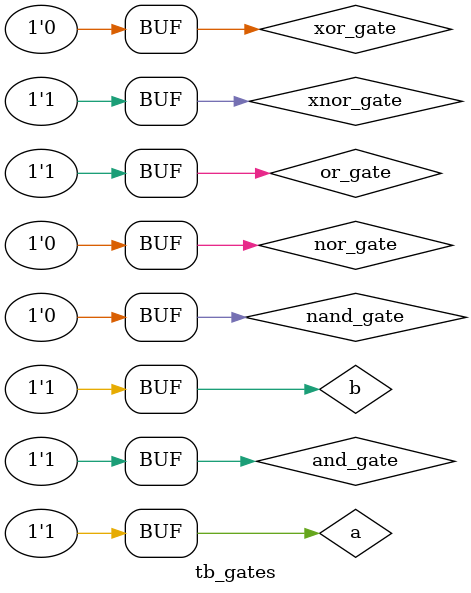
<source format=v>
module tb_gates;
reg a,b;
wire and_gate,or_gate,nand_gate,nor_gate,xor_gate,xnor_gate;
assign and_gate = a ? b:0;
assign or_gate = a ? 1:b;
assign nand_gate = a ? (~b):1;
assign nor_gate = a ? 0:(~b);
assign xor_gate = a ? (~b):b;
assign xnor_gate = a ? b:(~b);
initial begin
$dumpfile("gates.vcd");
$dumpvars(0,tb_gates);
$monitor("Time=%0t|a=%b|b=%b|and_gate=%b|or_gate=%b|nand_gate=%b|nor_gate=%b|xor_gate=%b|xnor_gate=%b",$time,a,b,and_gate,or_gate,nand_gate,nor_gate,xor_gate,xnor_gate);
a=0;b=0;#10;
a=0;b=1;#10;
a=1;b=0;#10;
a=1;b=1;#10;
end
endmodule


</source>
